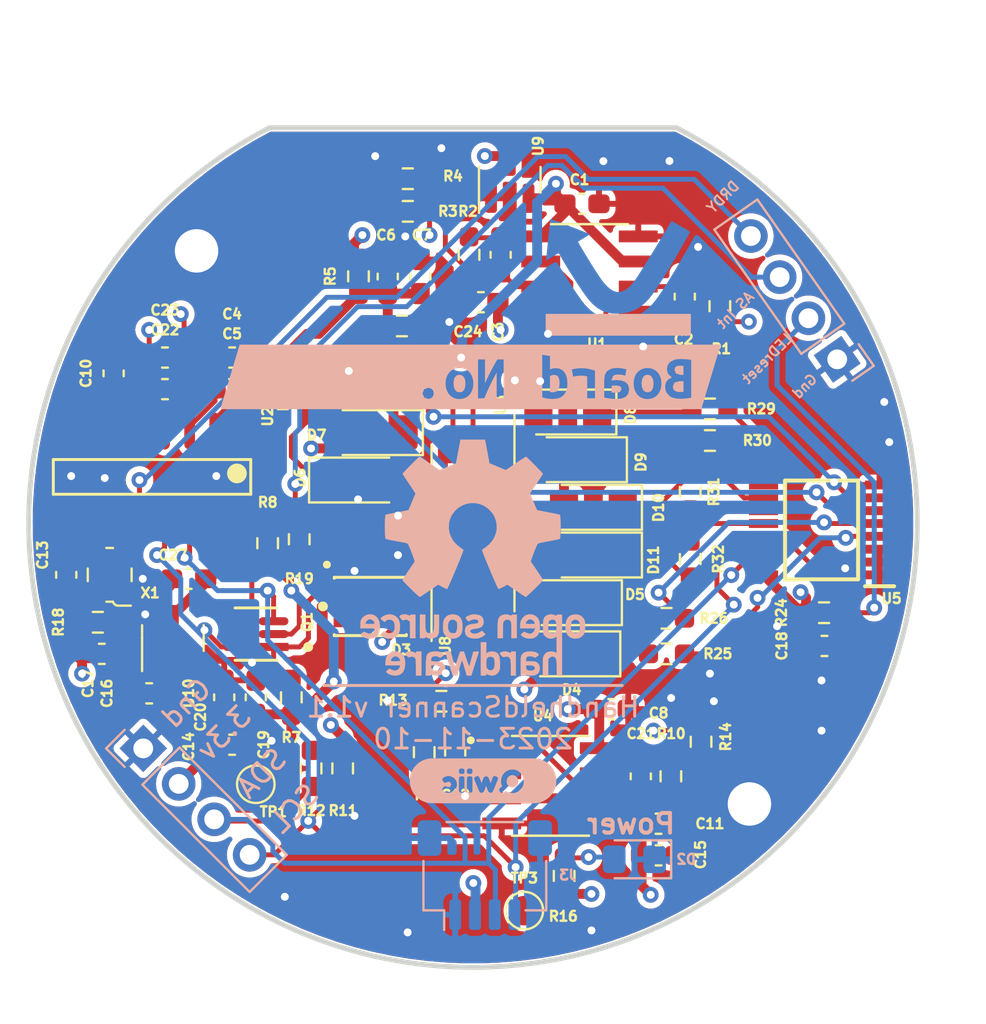
<source format=kicad_pcb>
(kicad_pcb (version 20241229) (generator "pcbnew") (generator_version "9.0")
  (title_block (title "Scanner Module") (date "2022-12-24") (rev "1.0") (company "PlasticScanner") (comment 1 "By Markus Glavind") (comment 4 "AISLER Project ID: UECHMLGI"))
  (layers (0 "F.Cu" signal) (4 "In1.Cu" signal) (6 "In2.Cu" signal) (2 "B.Cu" signal) (13 "F.Paste" user) (15 "B.Paste" user) (5 "F.SilkS" user "F.Silkscreen") (7 "B.SilkS" user "B.Silkscreen") (1 "F.Mask" user) (3 "B.Mask" user) (25 "Edge.Cuts" user))
  (net 0 "")
  (net 1 "/InGaS Sensor/Anode")
  (net 2 "/InGaS Sensor/Cathode")
  (net 3 "Net-(C3-Pad2)")
  (net 4 "/ADC/AIN+")
  (net 5 "/ADC/AIN-")
  (net 6 "SDA")
  (net 7 "SCL")
  (net 8 "+1V8")
  (net 9 "/MCU + IO/AS7341_INT")
  (net 10 "/ADC/DRDY_INT")
  (net 11 "/ADC/AIN2+")
  (net 12 "/ADC/AIN2-")
  (net 13 "/MCU + IO/SCL_2v")
  (net 14 "/MCU + IO/SDA_2v")
  (net 15 "GND")
  (net 16 "Net-(X1-Tri-State)")
  (net 17 "Net-(D6-K)")
  (net 18 "Net-(D7-K)")
  (net 19 "Net-(D8-K)")
  (net 20 "Net-(D9-K)")
  (net 21 "Net-(D10-K)")
  (net 22 "Net-(D11-K)")
  (net 23 "Net-(C2-Pad2)")
  (net 24 "Net-(U2-VBG)")
  (net 25 "/InGaS Sensor/Anode_2")
  (net 26 "Net-(C12-Pad2)")
  (net 27 "/InGaS Sensor/Cathode_2")
  (net 28 "Net-(C21-Pad2)")
  (net 29 "Net-(D2-A)")
  (net 30 "Net-(D3-CATHODE)")
  (net 31 "Net-(D4-K)")
  (net 32 "Net-(D5-K)")
  (net 33 "Net-(U5-~{OUT0})")
  (net 34 "Net-(U5-~{OUT1})")
  (net 35 "Net-(U5-~{OUT2})")
  (net 36 "Net-(U5-~{OUT3})")
  (net 37 "Net-(U5-~{OUT4})")
  (net 38 "Net-(U5-~{OUT5})")
  (net 39 "Net-(U5-~{OUT6})")
  (net 40 "Net-(U5-~{OUT7})")
  (net 41 "Net-(U2-XIN)")
  (net 44 "/LED/LED_RESET")
  (net 45 "+3.3V")
  (net 46 "VDDA")
  (net 47 "Net-(U2-AVDD{slash}LDO)")
  (footprint "LED_SMD:LED_1206_3216Metric_Pad1.42x1.75mm_HandSolder" (layer "F.Cu") (at 94.081 101.727 180)
    (property "Reference" "D8")
    (property "Value" "1460nm")
  )
  (footprint "Capacitor_SMD:C_0603_1608Metric_Pad1.08x0.95mm_HandSolder" (layer "F.Cu") (at 86.614 94.869 -90)
    (property "Reference" "C7")
    (property "Value" "0.1uF")
  )
  (footprint "Resistor_SMD:R_0603_1608Metric_Pad0.98x0.95mm_HandSolder" (layer "F.Cu") (at 80.881 100.969 -90)
    (property "Reference" "R27")
    (property "Value" "43")
  )
  (footprint "Capacitor_SMD:C_0603_1608Metric_Pad1.08x0.95mm_HandSolder" (layer "F.Cu") (at 68.681 109.969 90)
    (property "Reference" "C13")
    (property "Value" "0.1uF")
  )
  (footprint "Resistor_SMD:R_0603_1608Metric_Pad0.98x0.95mm_HandSolder" (layer "F.Cu") (at 101.784 96.369 -90)
    (property "Reference" "R1")
    (property "Value" "240k")
  )
  (footprint "Capacitor_SMD:C_0603_1608Metric_Pad1.08x0.95mm_HandSolder" (layer "F.Cu") (at 90.681 93.769 -90)
    (property "Reference" "C3")
    (property "Value" "51pF")
  )
  (footprint "Capacitor_SMD:C_0603_1608Metric_Pad1.08x0.95mm_HandSolder" (layer "F.Cu") (at 77.081 100.569 180)
    (property "Reference" "C5")
    (property "Value" "100pF")
  )
  (footprint "BSS138DW-7-F-A:Diodes_Inc._-_BSS138DW-7-F-A" (layer "F.Cu") (at 78.281 112.969 180)
    (property "Reference" "Q1")
    (property "Value" "BSS138DW-7-F" (hide yes))
  )
  (footprint "Resistor_SMD:R_0603_1608Metric_Pad0.98x0.95mm_HandSolder" (layer "F.Cu") (at 93.896999 125.209997 90)
    (property "Reference" "R16")
    (property "Value" "1k")
  )
  (footprint "Resistor_SMD:R_0603_1608Metric_Pad0.98x0.95mm_HandSolder" (layer "F.Cu") (at 85.979 89.916 180)
    (property "Reference" "R4")
    (property "Value" "301")
  )
  (footprint "Resistor_SMD:R_0603_1608Metric_Pad0.98x0.95mm_HandSolder" (layer "F.Cu") (at 87.681 116.369 180)
    (property "Reference" "R13")
    (property "Value" "301")
  )
  (footprint "Capacitor_SMD:C_0603_1608Metric_Pad1.08x0.95mm_HandSolder" (layer "F.Cu") (at 76.681 116.169 -90)
    (property "Reference" "C20")
    (property "Value" "0.1uF")
  )
  (footprint "TestPoint:TestPoint_Pad_D1.5mm" (layer "F.Cu") (at 78.281 120.569)
    (property "Reference" "TP1")
    (property "Value" "Test_1.8V")
  )
  (footprint "Resistor_SMD:R_0603_1608Metric_Pad0.98x0.95mm_HandSolder" (layer "F.Cu") (at 80.081 116.169 90)
    (property "Reference" "R7")
    (property "Value" "10k")
  )
  (footprint "Capacitor_SMD:C_0603_1608Metric_Pad1.08x0.95mm_HandSolder" (layer "F.Cu") (at 89.681 96.169)
    (property "Reference" "C24")
    (property "Value" "1uF")
  )
  (footprint "Resistor_SMD:R_0603_1608Metric_Pad0.98x0.95mm_HandSolder" (layer "F.Cu") (at 101.281 101.569 180)
    (property "Reference" "R29")
    (property "Value" "43")
  )
  (footprint "Capacitor_SMD:C_0603_1608Metric_Pad1.08x0.95mm_HandSolder" (layer "F.Cu") (at 74.881 110.169)
    (property "Reference" "C27")
    (property "Value" "0.1uF")
  )
  (footprint "Capacitor_SMD:C_0603_1608Metric_Pad1.08x0.95mm_HandSolder" (layer "F.Cu") (at 100.006 95.885 -90)
    (property "Reference" "C2")
    (property "Value" "51pF")
  )
  (footprint "Capacitor_SMD:C_0603_1608Metric_Pad1.08x0.95mm_HandSolder" (layer "F.Cu") (at 77.081 118.569 180)
    (property "Reference" "C14")
    (property "Value" "10uF")
  )
  (footprint "LED_SMD:LED_1206_3216Metric_Pad1.42x1.75mm_HandSolder" (layer "F.Cu") (at 95.377 106.553 180)
    (property "Reference" "D10")
    (property "Value" "1650nm")
  )
  (footprint "LED_SMD:LED_1206_3216Metric_Pad1.42x1.75mm_HandSolder" (layer "F.Cu") (at 94.361 111.379 180)
    (property "Reference" "D5")
    (property "Value" "940nm")
  )
  (footprint "TestPoint:TestPoint_Pad_D1.5mm" (layer "F.Cu") (at 91.881 126.969)
    (property "Reference" "TP3")
    (property "Value" "Test_3.3V")
  )
  (footprint "Capacitor_SMD:C_0603_1608Metric_Pad1.08x0.95mm_HandSolder" (layer "F.Cu") (at 72.881 115.969)
    (property "Reference" "C16")
    (property "Value" "0.1uF")
  )
  (footprint "MTSM2601SMF1-100:MTSM2601SMF1-100" (layer "F.Cu") (at 89.281 104.969 -90)
    (property "Reference" "U3")
    (property "Value" "MTSM2601SMF1-100")
  )
  (footprint "LED_SMD:LED_1206_3216Metric_Pad1.42x1.75mm_HandSolder" (layer "F.Cu") (at 94.615 104.14 180)
    (property "Reference" "D9")
    (property "Value" "1550nm")
  )
  (footprint "Capacitor_SMD:C_0603_1608Metric_Pad1.08x0.95mm_HandSolder" (layer "F.Cu") (at 70.481 113.969)
    (property "Reference" "C17")
    (property "Value" "22uF")
  )
  (footprint "Everlight-EAHC2835WD6:Everlight-EAHC2835WD6-MFG" (layer "F.Cu") (at 84.081 111.569 180)
    (property "Reference" "D3")
    (property "Value" "EAHC2835WD6" (hide yes))
  )
  (footprint "Nuvoton-NAU7802SGI:Nuvoton-NAU7802SGI" (layer "F.Cu") (at 73.025 105.0105 -90)
    (property "Reference" "U2")
    (property "Value" "NAU7802SGI" (hide yes))
  )
  (footprint "Resistor_SMD:R_0603_1608Metric_Pad0.98x0.95mm_HandSolder" (layer "F.Cu") (at 89.081 93.769 90)
    (property "Reference" "R2")
    (property "Value" "240k")
  )
  (footprint "OPA2376AID:SOIC127P599X175-8N" (layer "F.Cu") (at 93.206663 120.65)
    (property "Reference" "U4")
    (property "Value" "OPA2376xxD")
  )
  (footprint "LED_SMD:LED_1206_3216Metric_Pad1.42x1.75mm_HandSolder" (layer "F.Cu") (at 94.281 113.969 180)
    (property "Reference" "D4")
    (property "Value" "855nm ")
  )
  (footprint "Resistor_SMD:R_0603_1608Metric_Pad0.98x0.95mm_HandSolder" (layer "F.Cu") (at 81.081 119.769 90)
    (property "Reference" "R12")
    (property "Value" "10k")
  )
  (footprint "round_module:round_notch" (layer "F.Cu") (at 89.281 107.569)
    (property "Reference" "J2" (hide yes))
    (property "Value" "Conn_01x09")
    (fp_line (start -10.307764 -20.232) (end 10.307764 -20.232) (stroke (width 0.25)) (layer "Edge.Cuts"))
    (fp_arc (start 10.307764 -20.232) (mid 0 22.268) (end -10.307764 -20.232) (stroke (width 0.25)) (layer "Edge.Cuts"))
  )
  (footprint "Package_TO_SOT_SMD:SOT-23" (layer "F.Cu") (at 74.081 113.169 90)
    (property "Reference" "U10")
    (property "Value" "AP2127N-1.8")
  )
  (footprint "Capacitor_SMD:C_0603_1608Metric_Pad1.08x0.95mm_HandSolder" (layer "F.Cu") (at 98.681 122.569 180)
    (property "Reference" "C11")
    (property "Value" "0.1uF")
  )
  (footprint "Capacitor_SMD:C_0603_1608Metric_Pad1.08x0.95mm_HandSolder" (layer "F.Cu") (at 84.963 94.869 -90)
    (property "Reference" "C6")
    (property "Value" "1uF")
  )
  (footprint "Package_TO_SOT_SMD:SOT-23" (layer "F.Cu") (at 91.1435 89.969 90)
    (property "Reference" "U9")
    (property "Value" "AP2127N-2.5")
  )
  (footprint "Resistor_SMD:R_0603_1608Metric_Pad0.98x0.95mm_HandSolder" (layer "F.Cu") (at 100.831 118.419 90)
    (property "Reference" "R14")
    (property "Value" "301")
  )
  (footprint "Resistor_SMD:R_0603_1608Metric_Pad0.98x0.95mm_HandSolder" (layer "F.Cu") (at 83.481 94.8565 90)
    (property "Reference" "R5")
    (property "Value" "NP")
  )
  (footprint "Resistor_SMD:R_0603_1608Metric_Pad0.98x0.95mm_HandSolder" (layer "F.Cu") (at 86.1685 100.769 180)
    (property "Reference" "R28")
    (property "Value" "43")
  )
  (footprint "Resistor_SMD:R_0603_1608Metric_Pad0.98x0.95mm_HandSolder" (layer "F.Cu") (at 78.881 108.369 90)
    (property "Reference" "R8")
    (property "Value" "10k")
  )
  (footprint "Capacitor_SMD:C_0603_1608Metric_Pad1.08x0.95mm_HandSolder" (layer "F.Cu") (at 71.081 99.769 -90)
    (property "Reference" "C10")
    (property "Value" "0.1uF")
  )
  (footprint "Oscillator:Oscillator_SMD_ECS_2520MV-xxx-xx-4Pin_2.5x2.0mm" (layer "F.Cu") (at 70.881 109.969 180)
    (property "Reference" "X1")
    (property "Value" "4.9152 MHz")
  )
  (footprint "Resistor_SMD:R_0603_1608Metric_Pad0.98x0.95mm_HandSolder" (layer "F.Cu") (at 99.081 112.169 180)
    (property "Reference" "R26")
    (property "Value" "43")
  )
  (footprint "Resistor_SMD:R_0603_1608Metric_Pad0.98x0.95mm_HandSolder" (layer "F.Cu") (at 70.281 112.369 180)
    (property "Reference" "R18")
    (property "Value" "1k")
  )
  (footprint "Capacitor_SMD:C_0603_1608Metric_Pad1.08x0.95mm_HandSolder" (layer "F.Cu") (at 98.681 124.169 180)
    (property "Reference" "C15")
    (property "Value" "10uF")
  )
  (footprint "Capacitor_SMD:C_0603_1608Metric_Pad1.08x0.95mm_HandSolder" (layer "F.Cu") (at 96.281 116.769 180)
    (property "Reference" "C8")
    (property "Value" "1uF")
  )
  (footprint "OPA2376AID:SOIC127P599X175-8N" (layer "F.Cu") (at 95.18 94.742 180)
    (property "Reference" "U1")
    (property "Value" "OPA2376xxD")
  )
  (footprint "Resistor_SMD:R_0603_1608Metric_Pad0.98x0.95mm_HandSolder" (layer "F.Cu") (at 82.681 119.769 -90)
    (property "Reference" "R11")
    (property "Value" "10k")
  )
  (footprint "Capacitor_SMD:C_0603_1608Metric_Pad1.08x0.95mm_HandSolder" (layer "F.Cu") (at 73.681 100.569)
    (property "Reference" "C22")
    (property "Value" "47nF")
  )
  (footprint "Resistor_SMD:R_0603_1608Metric_Pad0.98x0.95mm_HandSolder" (layer "F.Cu") (at 85.681 97.369)
    (property "Reference" "R6")
    (property "Value" "1")
  )
  (footprint "Resistor_SMD:R_0603_1608Metric_Pad0.98x0.95mm_HandSolder" (layer "F.Cu") (at 80.481 108.169 90)
    (property "Reference" "R19")
    (property "Value" "10k")
  )
  (footprint "LED_SMD:LED_1206_3216Metric_Pad1.42x1.75mm_HandSolder" (layer "F.Cu") (at 95.377 108.966 180)
    (property "Reference" "D11")
    (property "Value" "1720nm")
  )
  (footprint "Capacitor_SMD:C_0603_1608Metric_Pad1.08x0.95mm_HandSolder" (layer "F.Cu") (at 73.681 98.969 180)
    (property "Reference" "C23")
    (property "Value" "100pF")
  )
  (footprint "Resistor_SMD:R_0603_1608Metric_Pad0.98x0.95mm_HandSolder" (layer "F.Cu") (at 99.302663 120.169 -90)
    (property "Reference" "R10")
    (property "Value" "240k")
  )
  (footprint "Capacitor_SMD:C_0603_1608Metric_Pad1.08x0.95mm_HandSolder" (layer "F.Cu") (at 94.799 91.186 180)
    (property "Reference" "C1")
    (property "Value" "0.1uF")
  )
  (footprint "TLC59208FIPWR:SOP65P640X120-16N" (layer "F.Cu") (at 106.934 107.696 180)
    (property "Reference" "U5")
    (property "Value" "TLC59208FIPWR" (hide yes))
  )
  (footprint "Capacitor_SMD:C_0603_1608Metric_Pad1.08x0.95mm_HandSolder" (layer "F.Cu") (at 107.081 113.569)
    (property "Reference" "C18")
    (property "Value" "0.1uF")
  )
  (footprint "Resistor_SMD:R_0603_1608Metric_Pad0.98x0.95mm_HandSolder" (layer "F.Cu") (at 99.081 113.969 180)
    (property "Reference" "R25")
    (property "Value" "43")
  )
  (footprint "Capacitor_SMD:C_0603_1608Metric_Pad1.08x0.95mm_HandSolder" (layer "F.Cu") (at 77.081 98.969)
    (property "Reference" "C4")
    (property "Value" "47nF")
  )
  (footprint "LED_SMD:LED_1206_3216Metric_Pad1.42x1.75mm_HandSolder" (layer "F.Cu") (at 84.281 102.769 180)
    (property "Reference" "D7")
    (property "Value" "1300nm")
  )
  (footprint "Resistor_SMD:R_0603_1608Metric_Pad0.98x0.95mm_HandSolder" (layer "F.Cu") (at 100.281 109.169 -90)
    (property "Reference" "R32")
    (property "Value" "43")
  )
  (footprint "AS7341-DLGT:PSON80P310X200X110-8N" (layer "F.Cu") (at 83.081 107.909 90)
    (property "Reference" "U6")
    (property "Value" "AS7341-DLGT")
  )
  (footprint "Capacitor_SMD:C_0603_1608Metric_Pad1.08x0.95mm_HandSolder" (layer "F.Cu") (at 97.778663 120.169 90)
    (property "Reference" "C21")
    (property "Value" "51pF")
  )
  (footprint "Resistor_SMD:R_0603_1608Metric_Pad0.98x0.95mm_HandSolder" (layer "F.Cu") (at 85.979 91.567 180)
    (property "Reference" "R3")
    (property "Value" "301")
  )
  (footprint "Resistor_SMD:R_0603_1608Metric_Pad0.98x0.95mm_HandSolder" (layer "F.Cu") (at 107.061 111.887 180)
    (property "Reference" "R24")
    (property "Value" "1k")
  )
  (footprint "Capacitor_SMD:C_0603_1608Metric_Pad1.08x0.95mm_HandSolder" (layer "F.Cu") (at 88.381 118.969 90)
    (property "Reference" "C12")
    (property "Value" "51pF")
  )
  (footprint "Resistor_SMD:R_0603_1608Metric_Pad0.98x0.95mm_HandSolder" (layer "F.Cu") (at 101.281 103.169 180)
    (property "Reference" "R30")
    (property "Value" "43")
  )
  (footprint "Capacitor_SMD:C_0603_1608Metric_Pad1.08x0.95mm_HandSolder" (layer "F.Cu") (at 78.281 116.169 -90)
    (property "Reference" "C19")
    (property "Value" "10uF")
  )
  (footprint "Resistor_SMD:R_0603_1608Metric_Pad0.98x0.95mm_HandSolder" (layer "F.Cu") (at 100.281 105.769 90)
    (property "Reference" "R31")
    (property "Value" "43")
  )
  (footprint "LED_SMD:LED_1206_3216Metric_Pad1.42x1.75mm_HandSolder" (layer "F.Cu") (at 83.439 105.169)
    (property "Reference" "D6")
    (property "Value" "1050nm")
  )
  (footprint "Resistor_SMD:R_0603_1608Metric_Pad0.98x0.95mm_HandSolder" (layer "F.Cu") (at 86.811 118.949 90)
    (property "Reference" "R9")
    (property "Value" "240k")
  )
  (footprint "MTSM2601SMF1-100:MTSM1346SMF1-100" (layer "F.Cu") (at 89.281 110.219 90)
    (property "Reference" "U8")
    (property "Value" "MTSM1346SMF1-100")
  )
  (footprint "PlasticScannerLibrary:kibuzzard-6346913B" (layer "B.Cu") (at 89.154 99.949 180)
    (property "Reference" "kibuzzard-6346913B" (hide yes))
    (property "Value" "G***" (hide yes))
  )
  (footprint "PlasticScannerLibrary:kibuzzard-6398DD41" (layer "B.Cu") (at 89.789 120.396 180)
    (property "Reference" "kibuzzard-6398DD41" (hide yes))
    (property "Value" "G***" (hide yes))
  )
  (footprint "LED_SMD:LED_0805_2012Metric_Pad1.15x1.40mm_HandSolder" (layer "B.Cu") (at 97.456 124.369 180)
    (property "Reference" "D2")
    (property "Value" "POWER LED")
  )
  (footprint "Connector_JST:JST_SH_SM04B-SRSS-TB_1x04-1MP_P1.00mm_Horizontal" (layer "B.Cu") (at 89.881 125.169)
    (property "Reference" "J3")
    (property "Value" "SM04B-SRSS-TB")
  )
  (footprint "PlasticScannerLibrary:PlasticScannerLogo" (layer "B.Cu") (at 96.647 94.996 180)
    (property "Reference" "LOGO2" (hide yes))
    (property "Value" "PlasticScannerLogo" (hide yes))
  )
  (footprint "Symbol:OSHW-Logo_11.4x12mm_SilkScreen" (layer "B.Cu") (at 89.281 109.093 180)
    (property "Reference" "LOGO1" (hide yes))
    (property "Value" "OSHW-Logo_11.4x12mm_SilkScreen" (hide yes))
  )
  (gr_line (start 96.8375 115.57) (end 81.7245 115.57) (stroke (width 0.15)) (layer "B.SilkS"))
  (gr_text "HandheldScanner v1.1\n2023-11-10" (at 89.281 117.475 0) (layer "B.SilkS") (effects (font (size 1 1)) (justify mirror)))
  (gr_text "LEDreset\n" (at 102.997 100.203 45) (layer "B.SilkS") (effects (font (size 0.5 0.5) (thickness 0.1)) (justify right mirror)))
  (gr_text "SDA" (at 77.513 121.074 45) (layer "B.SilkS") (effects (font (size 1 1)) (justify right mirror)))
  (gr_text "Gnd" (at 105.537 100.965 45) (layer "B.SilkS") (effects (font (size 0.5 0.5) (thickness 0.1)) (justify right mirror)))
  (gr_text "SCL" (at 79.19 122.837 45) (layer "B.SilkS") (effects (font (size 1 1)) (justify right mirror)))
  (gr_text "AS Int" (at 101.727 97.409 45) (layer "B.SilkS") (effects (font (size 0.5 0.5) (thickness 0.1)) (justify right mirror)))
  (gr_text "Power" (at 97.281 122.569 0) (layer "B.SilkS") (effects (font (size 1 1) (thickness 0.2)) (justify mirror)))
  (gr_text "Gnd" (at 73.703 117.518 45) (layer "B.SilkS") (effects (font (size 1 1)) (justify right mirror)))
  (gr_text "DRDY" (at 101.219 91.567 45) (layer "B.SilkS") (effects (font (size 0.5 0.5) (thickness 0.1)) (justify right mirror)))
  (gr_text "3.3v" (at 75.481 119.169 45) (layer "B.SilkS") (effects (font (size 1 1)) (justify right mirror)))
  (segment (start 97.65 95.377) (end 99.6515 95.377) (width 0.25) (layer "F.Cu") (net 1))
  (segment (start 94.45948 99.393002) (end 96.012 97.840482) (width 0.25) (layer "F.Cu") (net 1))
  (segment (start 100.006 95.0225) (end 101.35 95.0225) (width 0.25) (layer "F.Cu") (net 1))
  (segment (start 96.012 97.840482) (end 96.012 96.565663) (width 0.25) (layer "F.Cu") (net 1))
  (segment (start 90.52248 99.393002) (end 94.45948 99.393002) (width 0.25) (layer "F.Cu") (net 1))
  (segment (start 99.6515 95.377) (end 100.006 95.0225) (width 0.25) (layer "F.Cu") (net 1))
  (segment (start 101.35 95.0225) (end 101.784 95.4565) (width 0.25) (layer "F.Cu") (net 1))
  (segment (start 89.281 103.519) (end 89.281 100.634482) (width 0.25) (layer "F.Cu") (net 1))
  (segment (start 96.012 96.565663) (end 97.200663 95.377) (width 0.25) (layer "F.Cu") (net 1))
  (segment (start 89.281 100.634482) (end 90.52248 99.393002) (width 0.25) (layer "F.Cu") (net 1))
  (segment (start 92.71 94.107) (end 91.8815 94.107) (width 0.25) (layer "F.Cu") (net 2))
  (segment (start 91.8815 94.107) (end 90.681 92.9065) (width 0.25) (layer "F.Cu") (net 2))
  (segment (start 94.234 95.181663) (end 93.159337 94.107) (width 0.25) (layer "F.Cu") (net 2))
  (segment (start 93.588499 98.943501) (end 94.234 98.298) (width 0.25) (layer "F.Cu") (net 2))
  (segment (start 87.881 106.419) (end 88.481 106.419) (width 0.25) (layer "F.Cu") (net 2))
  (segment (start 90.034593 98.943501) (end 93.588499 98.943501) (width 0.25) (layer "F.Cu") (net 2))
  (segment (start 89.081 92.8565) (end 89.131 92.9065) (width 0.25) (layer "F.Cu") (net 2))
  (segment (start 88.265 103.135) (end 88.265 100.713094) (width 0.25) (layer "F.Cu") (net 2))
  (segment (start 87.881 103.519) (end 88.265 103.135) (width 0.25) (layer "F.Cu") (net 2))
  (segment (start 90.281 106.369) (end 90.681 106.769) (width 0.25) (layer "F.Cu") (net 2))
  (segment (start 88.531 106.369) (end 90.281 106.369) (width 0.25) (layer "F.Cu") (net 2))
  (segment (start 87.881 103.519) (end 87.881 106.419) (width 0.25) (layer "F.Cu") (net 2))
  (segment (start 88.481 106.419) (end 88.531 106.369) (width 0.25) (layer "F.Cu") (net 2))
  (segment (start 90.681 106.419) (end 90.681 103.794) (width 0.25) (layer "F.Cu") (net 2))
  (segment (start 94.234 98.298) (end 94.234 95.181663) (width 0.25) (layer "F.Cu") (net 2))
  (segment (start 88.265 100.713094) (end 90.034593 98.943501) (width 0.25) (layer "F.Cu") (net 2))
  (segment (start 89.131 92.9065) (end 90.681 92.9065) (width 0.25) (layer "F.Cu") (net 2))
  (segment (start 87.881 90.369) (end 87.428 89.916) (width 0.25) (layer "F.Cu") (net 3))
  (segment (start 91.4265 95.377) (end 90.681 94.6315) (width 0.25) (layer "F.Cu") (net 3))
  (segment (start 89.131 94.6315) (end 90.681 94.6315) (width 0.25) (layer "F.Cu") (net 3))
  (segment (start 89.081 94.569) (end 87.881 93.369) (width 0.25) (layer "F.Cu") (net 3))
  (segment (start 87.428 89.916) (end 86.8915 89.916) (width 0.25) (layer "F.Cu") (net 3))
  (segment (start 89.081 94.6815) (end 89.081 94.569) (width 0.25) (layer "F.Cu") (net 3))
  (segment (start 87.881 93.369) (end 87.881 90.369) (width 0.25) (layer "F.Cu") (net 3))
  (segment (start 92.71 95.377) (end 91.4265 95.377) (width 0.25) (layer "F.Cu") (net 3))
  (segment (start 89.081 94.6815) (end 89.131 94.6315) (width 0.25) (layer "F.Cu") (net 3))
  (segment (start 76.2185 100.569) (end 76.2185 97.2315) (width 0.25) (layer "F.Cu") (net 4))
  (segment (start 76.2185 101.167417) (end 76.2185 100.569) (width 0.25) (layer "F.Cu") (net 4))
  (segment (start 74.93 102.455917) (end 76.2185 101.167417) (width 0.25) (layer "F.Cu") (net 4))
  (segment (start 76.2185 97.2315) (end 83.5075 89.9425) (width 0.25) (layer "F.Cu") (net 4))
  (segment (start 83.5075 89.9425) (end 85.04 89.9425) (width 0.25) (layer "F.Cu") (net 4))
  (segment (start 77.9435 97.036) (end 83.312 91.6675) (width 0.25) (layer "F.Cu") (net 5))
  (segment (start 85.0665 91.567) (end 83.4125 91.567) (width 0.25) (layer "F.Cu") (net 5))
  (segment (start 77.9435 100.365204) (end 77.9435 97.036) (width 0.25) (layer "F.Cu") (net 5))
  (segment (start 76.2 102.108704) (end 77.9435 100.365204) (width 0.25) (layer "F.Cu") (net 5))
  (segment (start 79.181919 112.319) (end 79.181919 111.069919) (width 0.25) (layer "F.Cu") (net 6))
  (segment (start 81.081 120.6815) (end 79.328525 122.433975) (width 0.25) (layer "F.Cu") (net 6))
  (segment (start 103.023 109.321) (end 102.362 109.982) (width 0.25) (layer "F.Cu") (net 6))
  (segment (start 74.93 107.326567) (end 74.93 108.854635) (width 0.25) (layer "F.Cu") (net 6))
  (segment (start 79.181919 111.069919) (end 78.881 110.769) (width 0.25) (layer "F.Cu") (net 6))
  (segment (start 79.328525 122.433975) (end 76.202075 122.433975) (width 0.25) (layer "F.Cu") (net 6))
  (segment (start 74.93 108.854635) (end 74.681 109.103635) (width 0.25) (layer "F.Cu") (net 6))
  (segment (start 103.996 109.321) (end 103.023 109.321) (width 0.25) (layer "F.Cu") (net 6))
  (via (at 74.681 109.103635) (size 0.8) (drill 0.4) (layers "F.Cu" "B.Cu") (net 6))
  (via (at 102.362 109.982) (size 0.8) (drill 0.4) (layers "F.Cu" "B.Cu") (net 6))
  (via (at 78.881 110.769) (size 0.8) (drill 0.4) (layers "F.Cu" "B.Cu") (net 6))
  (segment (start 90.081 124.569) (end 88.881 124.569) (width 0.25) (layer "B.Cu") (net 6))
  (segment (start 90.416 124.904) (end 90.081 124.569) (width 0.25) (layer "B.Cu") (net 6))
  (segment (start 88.881 124.569) (end 88.881 123.280827) (width 0.25) (layer "B.Cu") (net 6))
  (segment (start 90.081 122.263) (end 90.081 124.569) (width 0.25) (layer "B.Cu") (net 6))
  (segment (start 90.416 126.968) (end 90.416 124.904) (width 0.25) (layer "B.Cu") (net 6))
  (segment (start 102.362 109.982) (end 90.081 122.263) (width 0.25) (layer "B.Cu") (net 6))
  (segment (start 79.144356 123.656239) (end 77.835005 122.346888) (width 0.25) (layer "B.Cu") (net 6))
  (segment (start 88.881 123.280827) (end 78.881 113.280827) (width 0.25) (layer "B.Cu") (net 6))
  (segment (start 76.346365 110.769) (end 78.881 110.769) (width 0.25) (layer "B.Cu") (net 6))
  (segment (start 88.881 124.569) (end 79.745347 124.569) (width 0.25) (layer "B.Cu") (net 6))
  (segment (start 74.681 109.103635) (end 76.346365 110.769) (width 0.25) (layer "B.Cu") (net 6))
  (segment (start 79.144356 123.968009) (end 79.144356 123.656239) (width 0.25) (layer "B.Cu") (net 6))
  (segment (start 79.745347 124.569) (end 79.144356 123.968009) (width 0.25) (layer "B.Cu") (net 6))
  (segment (start 77.835005 122.346888) (end 76.289162 122.346888) (width 0.25) (layer "B.Cu") (net 6))
  (segment (start 78.881 113.280827) (end 78.881 110.769) (width 0.25) (layer "B.Cu") (net 6))
  (segment (start 102.5214 108.671) (end 101.637499 109.554901) (width 0.25) (layer "F.Cu") (net 7))
  (segment (start 77.380081 113.619) (end 76.531 113.619) (width 0.25) (layer "F.Cu") (net 7))
  (segment (start 73.66 107.326567) (end 73.66 108.59) (width 0.25) (layer "F.Cu") (net 7))
  (segment (start 73.66 108.59) (end 73.281 108.969) (width 0.25) (layer "F.Cu") (net 7))
  (segment (start 77.969356 124.14294) (end 79.21956 124.14294) (width 0.25) (layer "F.Cu") (net 7))
  (segment (start 80.93725 122.42525) (end 82.681 120.6815) (width 0.25) (layer "F.Cu") (net 7))
  (segment (start 101.637499 109.554901) (end 101.637499 110.627133) (width 0.25) (layer "F.Cu") (net 7))
  (segment (start 89.851 123.18) (end 81.692 123.18) (width 0.25) (layer "F.Cu") (net 7))
  (segment (start 79.21956 124.14294) (end 80.93725 122.42525) (width 0.25) (layer "F.Cu") (net 7))
  (segment (start 91.44 124.769) (end 89.851 123.18) (width 0.25) (layer "F.Cu") (net 7))
  (segment (start 81.692 123.18) (end 80.93725 122.42525) (width 0.25) (layer "F.Cu") (net 7))
  (segment (start 101.637499 110.627133) (end 102.487287 111.476921) (width 0.25) (layer "F.Cu") (net 7))
  (segment (start 76.531 113.619) (end 75.681 112.769) (width 0.25) (layer "F.Cu") (net 7))
  (segment (start 103.996 108.671) (end 102.5214 108.671) (width 0.25) (layer "F.Cu") (net 7))
  (via (at 75.681 112.769) (size 0.8) (drill 0.4) (layers "F.Cu" "B.Cu") (net 7))
  (via (at 102.487287 111.476921) (size 0.8) (drill 0.4) (layers "F.Cu" "B.Cu") (net 7))
  (via (at 80.93725 122.42525) (size 0.8) (drill 0.4) (layers "F.Cu" "B.Cu") (net 7))
  (via (at 73.281 108.969) (size 0.8) (drill 0.4) (layers "F.Cu" "B.Cu") (net 7))
  (via (at 91.44 124.769) (size 0.8) (drill 0.4) (layers "F.Cu" "B.Cu") (net 7))
  (segment (start 76.381 113.869) (end 74.481 111.969) (width 0.25) (layer "B.Cu") (net 7))
  (segment (start 102.487287 111.508417) (end 91.44 122.555704) (width 0.25) (layer "B.Cu") (net 7))
  (segment (start 74.481 111.969) (end 74.481 110.169) (width 0.25) (layer "B.Cu") (net 7))
  (segment (start 91.44 126.944) (end 91.44 124.769) (width 0.25) (layer "B.Cu") (net 7))
  (segment (start 75.681 113.169) (end 75.681 112.769) (width 0.25) (layer "B.Cu") (net 7))
  (segment (start 74.481 110.169) (end 73.281 108.969) (width 0.25) (layer "B.Cu") (net 7))
  (segment (start 80.93725 118.42525) (end 76.381 113.869) (width 0.25) (layer "B.Cu") (net 7))
  (segment (start 91.44 122.555704) (end 91.44 124.769) (width 0.25) (layer "B.Cu") (net 7))
  (segment (start 76.381 113.869) (end 75.681 113.169) (width 0.25) (layer "B.Cu") (net 7))
  (segment (start 80.93725 122.42525) (end 80.93725 118.42525) (width 0.25) (layer "B.Cu") (net 7))
  (segment (start 81.544195 108.495501) (end 80.081 109.958696) (width 0.25) (layer "F.Cu") (net 8))
  (segment (start 80.031 117.0315) (end 80.081 117.0815) (width 0.5) (layer "F.Cu") (net 8))
  (segment (start 80.081 110.4815) (end 80.081 110.769) (width 0.25) (layer "F.Cu") (net 8))
  (segment (start 80.5185 117.0815) (end 82.231 115.369) (width 0.5) (layer "F.Cu") (net 8))
  (segment (start 80.081 117.0815) (end 80.5185 117.0815) (width 0.5) (layer "F.Cu") (net 8))
  (segment (start 75.031 114.1065) (end 75.031 115.3815) (width 0.5) (layer "F.Cu") (net 8))
  (segment (start 80.481 112.569) (end 80.481 111.169) (width 0.25) (layer "F.Cu") (net 8))
  (segment (start 79.181919 112.969) (end 80.081 112.969) (width 0.25) (layer "F.Cu") (net 8))
  (segment (start 75.031 115.3815) (end 76.681 117.0315) (width 0.5) (layer "F.Cu") (net 8))
  (segment (start 80.081 112.969) (end 80.481 112.569) (width 0.25) (layer "F.Cu") (net 8))
  (segment (start 80.081 109.958696) (end 80.081 110.769) (width 0.25) (layer "F.Cu") (net 8))
  (segment (start 81.698499 108.495501) (end 81.544195 108.495501) (width 0.25) (layer "F.Cu") (net 8))
  (segment (start 77.380081 112.969) (end 79.181919 112.969) (width 0.25) (layer "F.Cu") (net 8))
  (segment (start 80.481 109.0815) (end 80.081 109.4815) (width 0.25) (layer "F.Cu") (net 8))
  (segment (start 80.081 117.0815) (end 80.081 118.769) (width 0.5) (layer "F.Cu") (net 8))
  (segment (start 78.881 109.2815) (end 80.081 110.4815) (width 0.25) (layer "F.Cu") (net 8))
  (segment (start 80.081 109.4815) (end 80.081 110.769) (width 0.25) (layer "F.Cu") (net 8))
  (segment (start 76.681 117.0315) (end 78.281 117.0315) (width 0.5) (layer "F.Cu") (net 8))
  (segment (start 80.081 118.769) (end 78.281 120.569) (width 0.5) (layer "F.Cu") (net 8))
  (segment (start 78.281 117.0315) (end 80.031 117.0315) (width 0.5) (layer "F.Cu") (net 8))
  (segment (start 80.481 111.169) (end 80.081 110.769) (width 0.25) (layer "F.Cu") (net 8))
  (via (at 80.081 110.769) (size 0.8) (drill 0.4) (layers "F.Cu" "B.Cu") (net 8))
  (via (at 82.231 115.369) (size 0.8) (drill 0.4) (layers "F.Cu" "B.Cu") (net 8))
  (segment (start 82.231 115.369) (end 82.231 112.919) (width 0.5) (layer "B.Cu") (net 8))
  (segment (start 82.231 112.919) (end 80.081 110.769) (width 0.5) (layer "B.Cu") (net 8))
  (segment (start 80.481 106.999) (end 80.481 107.2565) (width 0.25) (layer "F.Cu") (net 9))
  (segment (start 80.281 107.0565) (end 80.281 105.369) (width 0.25) (layer "F.Cu") (net 9))
  (segment (start 80.481 107.2565) (end 80.281 107.0565) (width 0.25) (layer "F.Cu") (net 9))
  (segment (start 82.231 106.509) (end 80.971 106.509) (width 0.25) (layer "F.Cu") (net 9))
  (segment (start 82.681 106.959) (end 82.231 106.509) (width 0.25) (layer "F.Cu") (net 9))
  (segment (start 80.971 106.509) (end 80.481 106.999) (width 0.25) (layer "F.Cu") (net 9))
  (segment (start 82.681 107.269) (end 82.681 106.959) (width 0.25) (layer "F.Cu") (net 9))
  (via (at 80.281 105.369) (size 0.8) (drill 0.4) (layers "F.Cu" "B.Cu") (net 9))
  (segment (start 85.928518 96.393) (end 83.439 96.393) (width 0.25) (layer "B.Cu") (net 9))
  (segment (start 93.781098 89.2445) (end 93.077018 89.2445) (width 0.25) (layer "B.Cu") (net 9))
  (segment (start 93.077018 89.2445) (end 85.928518 96.393) (width 0.25) (layer "B.Cu") (net 9))
  (segment (start 104.812559 94.898677) (end 103.407677 94.898677) (width 0.25) (layer "B.Cu") (net 9))
  (segment (start 80.506188 102.569786) (end 80.281 102.794974) (width 0.25) (layer "B.Cu") (net 9))
  (segment (start 80.506188 99.325812) (end 80.506188 102.569786) (width 0.25) (layer "B.Cu") (net 9))
  (segment (start 98.903499 90.394499) (end 94.931097 90.394499) (width 0.25) (layer "B.Cu") (net 9))
  (segment (start 80.281 102.794974) (end 80.281 105.369) (width 0.25) (layer "B.Cu") (net 9))
  (segment (start 94.931097 90.394499) (end 93.781098 89.2445) (width 0.25) (layer "B.Cu") (net 9))
  (segment (start 103.407677 94.898677) (end 98.903499 90.394499) (width 0.25) (layer "B.Cu") (net 9))
  (segment (start 83.439 96.393) (end 80.506188 99.325812) (width 0.25) (layer "B.Cu") (net 9))
  (segment (start 72.39 107.326567) (end 72.39 105.169) (width 0.25) (layer "F.Cu") (net 10))
  (via (at 72.39 105.169) (size 0.8) (drill 0.4) (layers "F.Cu" "B.Cu") (net 10))
  (segment (start 103.355674 92.81803) (end 100.482488 89.944844) (width 0.25) (layer "B.Cu") (net 10))
  (segment (start 95.117132 89.944844) (end 93.967287 88.794999) (width 0.25) (layer "B.Cu") (net 10))
  (segment (start 81.881 95.919) (end 72.631 105.169) (width 0.25) (layer "B.Cu") (net 10))
  (segment (start 72.631 105.169) (end 72.39 105.169) (width 0.25) (layer "B.Cu") (net 10))
  (segment (start 93.967287 88.794999) (end 92.555001 88.794999) (width 0.25) (layer "B.Cu") (net 10))
  (segment (start 92.555001 88.794999) (end 85.431 95.919) (width 0.25) (layer "B.Cu") (net 10))
  (segment (start 85.431 95.919) (end 81.881 95.919) (width 0.25) (layer "B.Cu") (net 10))
  (segment (start 100.482488 89.944844) (end 95.117132 89.944844) (width 0.25) (layer "B.Cu") (net 10))
  (segment (start 72.8185 98.969) (end 72.881 98.9065) (width 0.25) (layer "F.Cu") (net 11))
  (segment (start 72.8185 100.569) (end 72.8185 98.969) (width 0.25) (layer "F.Cu") (net 11))
  (segment (start 100.468 117.856) (end 98.425 117.856) (width 0.25) (layer "F.Cu") (net 11))
  (segment (start 72.39 100.9975) (end 72.8185 100.569) (width 0.25) (layer "F.Cu") (net 11))
  (segment (start 72.881 98.9065) (end 72.881 97.569) (width 0.25) (layer "F.Cu") (net 11))
  (segment (start 100.831 117.5065) (end 100.8175 117.5065) (width 0.25) (layer "F.Cu") (net 11))
  (segment (start 72.39 102.694433) (end 72.39 100.9975) (width 0.25) (layer "F.Cu") (net 11))
  (segment (start 100.8175 117.5065) (end 100.468 117.856) (width 0.25) (layer "F.Cu") (net 11))
  (via (at 72.881 97.569) (size 0.8) (drill 0.4) (layers "F.Cu" "B.Cu") (net 11))
  (via (at 98.425 117.856) (size 0.8) (drill 0.4) (layers "F.Cu" "B.Cu") (net 11))
  (segment (start 86.7685 116.0815) (end 87.899533 114.950467) (width 0.25) (layer "F.Cu") (net 12))
  (segment (start 73.66 101.8275) (end 74.6495 100.838) (width 0.25) (layer "F.Cu") (net 12))
  (segment (start 73.66 102.694433) (end 73.66 101.8275) (width 0.25) (layer "F.Cu") (net 12))
  (segment (start 74.6495 100.838) (end 74.6495 96.9375) (width 0.25) (layer "F.Cu") (net 12))
  (segment (start 74.6495 96.9375) (end 74.481 96.769) (width 0.25) (layer "F.Cu") (net 12))
  (via (at 87.899533 114.950467) (size 0.8) (drill 0.4) (layers "F.Cu" "B.Cu") (net 12))
  (via (at 74.481 96.769) (size 0.8) (drill 0.4) (layers "F.Cu" "B.Cu") (net 12))
  (segment (start 80.946499 111.303501) (end 80.946499 113.173001) (width 0.25) (layer "F.Cu") (net 13))
  (segment (start 82.444022 109.805978) (end 80.946499 111.303501) (width 0.25) (layer "F.Cu") (net 13))
  (segment (start 82.444022 109.300978) (end 82.444022 109.805978) (width 0.25) (layer "F.Cu") (net 13))
  (segment (start 80.5005 113.619) (end 80.946499 113.173001) (width 0.25) (layer "F.Cu") (net 13))
  (segment (start 79.181919 113.619) (end 80.5005 113.619) (width 0.25) (layer "F.Cu") (net 13))
  (segment (start 82.681 108.549) (end 82.681 109.064) (width 0.25) (layer "F.Cu") (net 13))
  (segment (start 79.181919 114.357419) (end 80.081 115.2565) (width 0.25) (layer "F.Cu") (net 13))
  (segment (start 82.681 109.064) (end 82.444022 109.300978) (width 0.25) (layer "F.Cu") (net 13))
  (segment (start 79.181919 113.619) (end 79.181919 114.357419) (width 0.25) (layer "F.Cu") (net 13))
  (segment (start 81.881 107.269) (end 81.081 108.069) (width 0.25) (layer "F.Cu") (net 14))
  (segment (start 81.081 108.069) (end 79.4935 108.069) (width 0.25) (layer "F.Cu") (net 14))
  (segment (start 78.881 107.4565) (end 78.081 108.2565) (width 0.25) (layer "F.Cu") (net 14))
  (segment (start 79.4935 108.069) (end 78.881 107.4565) (width 0.25) (layer "F.Cu") (net 14))
  (segment (start 78.081 111.618081) (end 77.380081 112.319) (width 0.25) (layer "F.Cu") (net 14))
  (segment (start 78.081 108.2565) (end 78.081 111.618081) (width 0.25) (layer "F.Cu") (net 14))
  (segment (start 74.0185 110.169) (end 74.0185 110.6315) (width 0.25) (layer "F.Cu") (net 15))
  (segment (start 74.0185 110.6315) (end 72.681 111.969) (width 0.25) (layer "F.Cu") (net 15))
  (segment (start 83.331 108.619) (end 83.331 108.809) (width 0.25) (layer "F.Cu") (net 15))
  (segment (start 84.281 106.969) (end 83.461 106.149) (width 0.25) (layer "F.Cu") (net 15))
  (segment (start 86.614 94.0065) (end 84.963 94.0065) (width 0.25) (layer "F.Cu") (net 15))
  (segment (start 68.58 102.694433) (end 69.85 102.694433) (width 0.25) (layer "F.Cu") (net 15))
  (segment (start 109.872 109.321) (end 108.449 109.321) (width 0.25) (layer "F.Cu") (net 15))
  (segment (start 84.927474 116.367526) (end 84.963 116.332) (width 0.25) (layer "F.Cu") (net 15))
  (segment (start 83.481 108.549) (end 83.481 109.569) (width 0.25) (layer "F.Cu") (net 15))
  (segment (start 88.8185 96.4315) (end 88.081 97.169) (width 0.5) (layer "F.Cu") (net 15))
  (segment (start 78.281 115.3065) (end 78.281 114.600542) (width 0.25) (layer "F.Cu") (net 15))
  (segment (start 109.872 108.671) (end 109.872 109.321) (width 0.25) (layer "F.Cu") (net 15))
  (segment (start 84.281 107.269) (end 84.281 106.969) (width 0.25) (layer "F.Cu") (net 15))
  (segment (start 83.481 109.569) (end 83.281 109.769) (width 0.25) (layer "F.Cu") (net 15))
  (segment (start 109.872 109.321) (end 109.872 109.971) (width 0.25) (layer "F.Cu") (net 15))
  (segment (start 108.449 109.321) (end 108.131 109.639) (width 0.25) (layer "F.Cu") (net 15))
  (segment (start 72.5565 109.9945) (end 72.5565 110.169) (width 0.25) (layer "F.Cu") (net 15))
  (segment (start 68.58 107.326567) (end 68.58 109.0055) (width 0.5) (layer "F.Cu") (net 15))
  (segment (start 71.606 109.044) (end 72.5565 109.9945) (width 0.25) (layer "F.Cu") (net 15))
  (segment (start 86.614 93.599) (end 85.852 92.837) (width 0.25) (layer "F.Cu") (net 15))
  (segment (start 68.58 109.0055) (end 68.681 109.1065) (width 0.5) (layer "F.Cu") (net 15))
  (segment (start 88.8185 96.169) (end 88.8185 96.4315) (width 0.5) (layer "F.Cu") (net 15))
  (segment (start 78.281 114.600542) (end 78.089007 114.408549) (width 0.25) (layer "F.Cu") (net 15))
  (via (at 88.881 121.169) (size 0.8) (drill 0.4) (layers "F.Cu" "B.Cu") (net 15))
  (via (at 99.231 89.019) (size 0.8) (drill 0.4) (layers "F.Cu" "B.Cu") (net 15))
  (via (at 101.281 114.969) (size 0.8) (drill 0.4) (layers "F.Cu" "B.Cu") (net 15))
  (via (at 84.963 116.332) (size 0.8) (drill 0.4) (layers "F.Cu" "B.Cu") (net 15))
  (via (at 87.681 88.369) (size 0.8) (drill 0.4) (layers "F.Cu" "B.Cu") (net 15))
  (via (at 110.109 101.219) (size 0.8) (drill 0.4) (layers "F.Cu" "B.Cu") (net 15))
  (via (at 85.852 92.837) (size 0.8) (drill 0.4) (layers "F.Cu" "B.Cu") (net 15))
  (via (at 108.131 109.639) (size 0.8) (drill 0.4) (layers "F.Cu" "B.Cu") (net 15))
  (via (at 76.281 104.969) (size 0.8) (drill 0.4) (layers "F.Cu" "B.Cu") (net 15))
  (via (at 101.481 116.369) (size 0.8) (drill 0.4) (layers "F.Cu" "B.Cu") (net 15))
  (via (at 99.316188 116.202812) (size 0.8) (drill 0.4) (layers "F.Cu" "B.Cu") (net 15))
  (via (at 95.885 89.027) (size 0.8) (drill 0.4) (layers "F.Cu" "B.Cu") (net 15))
  (via (at 83.281 109.769) (size 0.8) (drill 0.4) (layers "F.Cu" "B.Cu") (net 15))
  (via (at 85.481 106.969) (size 0.8) (drill 0.4) (layers "F.Cu" "B.Cu") (net 15))
  (via (at 83.281 122.169) (size 0.8) (drill 0.4) (layers "F.Cu" "B.Cu") (net 15))
  (via (at 78.089007 114.408549) (size 0.8) (drill 0.4) (layers "F.Cu" "B.Cu") (net 15))
  (via (at 88.081 97.169) (size 0.8) (drill 0.4) (layers "F.Cu" "B.Cu") (net 15))
  (via (at 106.934 115.316) (size 0.8) (drill 0.4) (layers "F.Cu" "B.Cu") (net 15))
  (via (at 106.934 117.856) (size 0.8) (drill 0.4) (layers "F.Cu" "B.Cu") (net 15))
  (via (at 110.363 103.251) (size 0.8) (drill 0.4) (layers "F.Cu" "B.Cu") (net 15))
  (via (at 68.931 104.969) (size 0.8) (drill 0.4) (layers "F.Cu" "B.Cu") (net 15))
  (via (at 92.681 100.169) (size 0.8) (drill 0.4) (layers "F.Cu" "B.Cu") (net 15))
  (via (at 97.901 98.409) (size 0.8) (drill 0.4) (layers "F.Cu" "B.Cu") (net 15))
  (via (at 84.328 88.773) (size 0.8) (drill 0.4) (layers "F.Cu" "B.Cu") (net 15))
  (via (at 85.481 108.969) (size 0.8) (drill 0.4) (layers "F.Cu" "B.Cu") (net 15))
  (via (at 100.681 93.369) (size 0.8) (drill 0.4) (layers "F.Cu" "B.Cu") (net 15))
  (via (at 70.631 105.069) (size 0.8) (drill 0.4) (layers "F.Cu" "B.Cu") (net 15))
  (via (at 93.081 97.769) (size 0.8) (drill 0.4) (layers "F.Cu" "B.Cu") (net 15))
  (via (at 83.461 106.149) (size 0.8) (drill 0.4) (layers "F.Cu" "B.Cu") (net 15))
  (via (at 72.681 111.969) (size 0.8) (drill 0.4) (layers "F.Cu" "B.Cu") (net 15))
  (via (at 72.5565 110.169) (size 0.8) (drill 0.4) (layers "F.Cu" "B.Cu") (net 15))
  (via (at 95.281 127.969) (size 0.8) (drill 0.4) (layers "F.Cu" "B.Cu") (net 15))
  (via (at 79.081 118.369) (size 0.8) (drill 0.4) (layers "F.Cu" "B.Cu") (net 15))
  (via (at 79.751 126.269) (size 0.8) (drill 0.4) (layers "F.Cu" "B.Cu") (net 15))
  (via (at 85.971 128.069) (size 0.8) (drill 0.4) (layers "F.Cu" "B.Cu") (net 15))
  (via (at 104.681 112.569) (size 0.8) (drill 0.4) (layers "F.Cu" "B.Cu") (net 15))
  (segment (start 98.561 124.46) (end 99.695 124.46) (width 0.25) (layer "B.Cu") (net 15))
  (segment (start 99.695 124.46) (end 100.203 123.952) (width 0.25) (layer "B.Cu") (net 15))
  (segment (start 71.606 111.9565) (end 71.1935 112.369) (width 0.25) (layer "F.Cu") (net 16))
  (segment (start 71.606 110.894) (end 71.606 111.9565) (width 0.25) (layer "F.Cu") (net 16))
  (segment (start 80.081786 103.969786) (end 80.081786 102.994188) (width 0.25) (layer "F.Cu") (net 17))
  (segment (start 80.881 102.194974) (end 80.881 101.8815) (width 0.25) (layer "F.Cu") (net 17))
  (segment (start 81.281 105.169) (end 80.081786 103.969786) (width 0.25) (layer "F.Cu") (net 17))
  (segment (start 81.9515 105.169) (end 81.281 105.169) (width 0.25) (layer "F.Cu") (net 17))
  (segment (start 80.081786 102.994188) (end 80.881 102.194974) (width 0.25) (layer "F.Cu") (net 17))
  (segment (start 85.256 102.2565) (end 85.256 100.769) (width 0.5) (layer "F.Cu") (net 18))
  (segment (start 85.7685 102.769) (end 85.256 102.2565) (width 0.5) (layer "F.Cu") (net 18))
  (segment (start 100.2105 101.727) (end 95.5685 101.727) (width 0.25) (layer "F.Cu") (net 19))
  (segment (start 99.2045 103.169) (end 98.1065 104.267) (width 0.25) (layer "F.Cu") (net 20))
  (segment (start 98.1065 104.267) (end 96.1025 104.267) (width 0.25) (layer "F.Cu") (net 20))
  (segment (start 100.3685 103.169) (end 99.2045 103.169) (width 0.25) (layer "F.Cu") (net 20))
  (segment (start 98.5845 106.553) (end 96.8645 106.553) (width 0.25) (layer "F.Cu") (net 21))
  (segment (start 100.281 104.8565) (end 98.5845 106.553) (width 0.25) (layer "F.Cu") (net 21))
  (segment (start 98.7825 108.839) (end 96.8645 108.839) (width 0.25) (layer "F.Cu") (net 22))
  (segment (start 100.025 110.0815) (end 98.7825 108.839) (width 0.25) (layer "F.Cu") (net 22))
  (segment (start 101.9105 97.155) (end 103.251 97.155) (width 0.25) (layer "F.Cu") (net 23))
  (segment (start 100.006 96.7475) (end 101.25 96.7475) (width 0.25) (layer "F.Cu") (net 23))
  (segment (start 86.8915 91.567) (end 87.081 91.7565) (width 0.25) (layer "F.Cu") (net 23))
  (segment (start 101.25 96.7475) (end 101.784 97.2815) (width 0.25) (layer "F.Cu") (net 23))
  (segment (start 97.65 96.647) (end 99.9055 96.647) (width 0.25) (layer "F.Cu") (net 23))
  (segment (start 87.081 91.7565) (end 87.081 92.769) (width 0.25) (layer "F.Cu") (net 23))
  (via (at 87.081 92.769) (size 0.8) (drill 0.4) (layers "F.Cu" "B.Cu") (net 23))
  (via (at 103.251 97.155) (size 0.8) (drill 0.4) (layers "F.Cu" "B.Cu") (net 23))
  (segment (start 71.081 101.18) (end 71.081 100.6315) (width 0.25) (layer "F.Cu") (net 24))
  (segment (start 71.12 101.219) (end 71.081 101.18) (width 0.25) (layer "F.Cu") (net 24))
  (segment (start 71.12 102.694433) (end 71.12 101.219) (width 0.25) (layer "F.Cu") (net 24))
  (segment (start 89.881 117.189) (end 90.261 117.569) (width 0.25) (layer "F.Cu") (net 25))
  (segment (start 92.181 118.319) (end 92.181 119.269) (width 0.25) (layer "F.Cu") (net 25))
  (segment (start 91.431 117.569) (end 92.181 118.319) (width 0.25) (layer "F.Cu") (net 25))
  (segment (start 89.281 111.669) (end 89.281 112.969) (width 0.25) (layer "F.Cu") (net 25))
  (segment (start 89.281 112.969) (end 89.881 113.569) (width 0.25) (layer "F.Cu") (net 25))
  (segment (start 90.261 117.569) (end 91.431 117.569) (width 0.25) (layer "F.Cu") (net 25))
  (segment (start 92.181 119.269) (end 91.435 120.015) (width 0.25) (layer "F.Cu") (net 25))
  (segment (start 89.881 113.569) (end 89.881 117.189) (width 0.25) (layer "F.Cu") (net 25))
  (segment (start 90.736663 120.015) (end 90.373163 119.6515) (width 0.25) (layer "F.Cu") (net 25))
  (segment (start 90.373163 119.6515) (end 87.021 119.6515) (width 0.25) (layer "F.Cu") (net 25))
  (segment (start 89.226 118.7715) (end 90.710163 118.7715) (width 0.25) (layer "F.Cu") (net 26))
  (segment (start 88.381 117.9265) (end 89.226 118.7715) (width 0.25) (layer "F.Cu") (net 26))
  (segment (start 88.381 117.9265) (end 86.921 117.9265) (width 0.25) (layer "F.Cu") (net 26))
  (segment (start 88.5935 116.369) (end 88.5935 117.894) (width 0.25) (layer "F.Cu") (net 26))
  (segment (start 89.0685 110.2065) (end 87.881 111.394) (width 0.25) (layer "F.Cu") (net 27))
  (segment (start 92.630511 118.688185) (end 95.227326 121.285) (width 0.25) (layer "F.Cu") (net 27))
  (segment (start 92.630511 118.132807) (end 92.630511 118.688185) (width 0.25) (layer "F.Cu") (net 27))
  (segment (start 89.3935 110.2065) (end 89.0685 110.2065) (width 0.25) (layer "F.Cu") (net 27))
  (segment (start 89.0685 110.2065) (end 88.97475 110.30025) (width 0.25) (layer "F.Cu") (net 27))
  (segment (start 91.617194 117.11949) (end 92.630511 118.132807) (width 0.25) (layer "F.Cu") (net 27))
  (segment (start 90.681 111.669) (end 90.681 116.723296) (width 0.25) (layer "F.Cu") (net 27))
  (segment (start 89.5935 110.2065) (end 89.3935 110.2065) (width 0.25) (layer "F.Cu") (net 27))
  (segment (start 90.681 111.294) (end 89.5935 110.2065) (width 0.25) (layer "F.Cu") (net 27))
  (segment (start 98.005663 121.2585) (end 99.252663 121.2585) (width 0.25) (layer "F.Cu") (net 27))
  (segment (start 90.681 109.194) (end 89.6685 110.2065) (width 0.25) (layer "F.Cu") (net 27))
  (segment (start 95.676663 121.285) (end 97.752163 121.285) (width 0.25) (layer "F.Cu") (net 27))
  (segment (start 89.6685 110.2065) (end 89.3935 110.2065) (width 0.25) (layer "F.Cu") (net 27))
  (segment (start 89.3935 110.2065) (end 89.281 110.094) (width 0.25) (layer "F.Cu") (net 27))
  (segment (start 88.97475 110.30025) (end 87.881 109.2065) (width 0.25) (layer "F.Cu") (net 27))
  (segment (start 89.281 110.094) (end 89.281 108.769) (width 0.25) (layer "F.Cu") (net 27))
  (segment (start 91.077193 117.119489) (end 91.617194 117.11949) (width 0.25) (layer "F.Cu") (net 27))
  (segment (start 90.681 116.723296) (end 91.077193 117.119489) (width 0.25) (layer "F.Cu") (net 27))
  (segment (start 100.831 119.3315) (end 99.611663 119.3315) (width 0.25) (layer "F.Cu") (net 28))
  (segment (start 99.252663 119.3065) (end 97.778663 119.3065) (width 0.25) (layer "F.Cu") (net 28))
  (segment (start 97.070163 120.015) (end 97.778663 119.3065) (width 0.25) (layer "F.Cu") (net 28))
  (segment (start 95.676663 120.015) (end 97.070163 120.015) (width 0.25) (layer "F.Cu") (net 28))
  (segment (start 99.611663 119.3315) (end 99.536663 119.2565) (width 0.25) (layer "F.Cu") (net 28))
  (segment (start 93.896999 124.297497) (end 95.095016 124.297497) (width 0.25) (layer "F.Cu") (net 29))
  (segment (start 95.095016 124.297497) (end 95.135 124.257513) (width 0.25) (layer "F.Cu") (net 29))
  (via (at 95.135 124.257513) (size 0.8) (drill 0.4) (layers "F.Cu" "B.Cu") (net 29))
  (segment (start 96.308513 124.257513) (end 95.135 124.257513) (width 0.25) (layer "B.Cu") (net 29))
  (segment (start 84.281 110.559) (end 83.271 111.569) (width 0.25) (layer "F.Cu") (net 30))
  (segment (start 84.281 108.549) (end 84.281 110.559) (width 0.25) (layer "F.Cu") (net 30))
  (segment (start 95.7685 113.969) (end 98.1685 113.969) (width 0.25) (layer "F.Cu") (net 31))
  (segment (start 97.54353 112.169) (end 96.75353 111.379) (width 0.25) (layer "F.Cu") (net 32))
  (segment (start 98.1685 112.169) (end 97.54353 112.169) (width 0.25) (layer "F.Cu") (net 32))
  (segment (start 96.75353 111.379) (end 95.8485 111.379) (width 0.25) (layer "F.Cu") (net 32))
  (segment (start 108.231833 108.021) (end 108.157333 108.0955) (width 0.25) (layer "F.Cu") (net 33))
  (segment (start 101.331 113.969) (end 103.692257 111.607743) (width 0.25) (layer "F.Cu") (net 33))
  (segment (start 99.9935 113.969) (end 101.331 113.969) (width 0.25) (layer "F.Cu") (net 33))
  (segment (start 103.692257 111.607743) (end 103.692257 111.133368) (width 0.25) (layer "F.Cu") (net 33))
  (segment (start 109.872 108.021) (end 108.231833 108.021) (width 0.25) (layer "F.Cu") (net 33))
  (via (at 103.692257 111.133368) (size 0.8) (drill 0.4) (layers "F.Cu" "B.Cu") (net 33))
  (via (at 108.157333 108.0955) (size 0.8) (drill 0.4) (layers "F.Cu" "B.Cu") (net 33))
  (segment (start 108.157333 108.0955) (end 106.8545 108.0955) (width 0.25) (layer "B.Cu") (net 33))
  (segment (start 103.816632 111.133368) (end 103.692257 111.133368) (width 0.25) (layer "B.Cu") (net 33))
  (segment (start 106.8545 108.0955) (end 103.816632 111.133368) (width 0.25) (layer "B.Cu") (net 33))
  (segment (start 107.117 107.371) (end 107.061 107.315) (width 0.25) (layer "F.Cu") (net 34))
  (segment (start 98.6955 110.871) (end 98.681 110.871) (width 0.25) (layer "F.Cu") (net 34))
  (segment (start 109.872 107.371) (end 107.117 107.371) (width 0.25) (layer "F.Cu") (net 34))
  (segment (start 99.9935 112.169) (end 98.6955 110.871) (width 0.25) (layer "F.Cu") (net 34))
  (via (at 107.061 107.315) (size 0.8) (drill 0.4) (layers "F.Cu" "B.Cu") (net 34))
  (via (at 98.681 110.871) (size 0.8) (drill 0.4) (layers "F.Cu" "B.Cu") (net 34))
  (segment (start 102.237 107.315) (end 98.681 110.871) (width 0.25) (layer "B.Cu") (net 34))
  (segment (start 107.061 107.315) (end 102.237 107.315) (width 0.25) (layer "B.Cu") (net 34))
  (segment (start 80.881 100.0565) (end 81.2885 99.649) (width 0.25) (layer "F.Cu") (net 35))
  (segment (start 107.61 106.721) (end 106.68 105.791) (width 0.25) (layer "F.Cu") (net 35))
  (segment (start 109.872 106.721) (end 107.61 106.721) (width 0.25) (layer "F.Cu") (net 35))
  (segment (start 81.2885 99.649) (end 82.991 99.649) (width 0.25) (layer "F.Cu") (net 35))
  (via (at 106.68 105.791) (size 0.8) (drill 0.4) (layers "F.Cu" "B.Cu") (net 35))
  (via (at 82.991 99.649) (size 0.8) (drill 0.4) (layers "F.Cu" "B.Cu") (net 35))
  (segment (start 106.68 105.791) (end 89.133 105.791) (width 0.25) (layer "B.Cu") (net 35))
  (segment (start 89.133 105.791) (end 82.991 99.649) (width 0.25) (layer "B.Cu") (net 35))
  (segment (start 87.0235 101.7115) (end 87.281 101.969) (width 0.25) (layer "F.Cu") (net 36))
  (segment (start 109.872 106.071) (end 108.357 106.071) (width 0.25) (layer "F.Cu") (net 36))
  (segment (start 108.357 106.071) (end 107.569 105.283) (width 0.25) (layer "F.Cu") (net 36))
  (segment (start 87.0235 100.889) (end 87.0235 101.7115) (width 0.25) (layer "F.Cu") (net 36))
  (via (at 107.569 105.283) (size 0.8) (drill 0.4) (layers "F.Cu" "B.Cu") (net 36))
  (via (at 87.281 101.969) (size 0.8) (drill 0.4) (layers "F.Cu" "B.Cu") (net 36))
  (segment (start 107.569 105.283) (end 104.255 101.969) (width 0.25) (layer "B.Cu") (net 36))
  (segment (start 104.255 101.969) (end 87.281 101.969) (width 0.25) (layer "B.Cu") (net 36))
  (segment (start 103.996 105.421) (end 103.996 103.3715) (width 0.25) (layer "F.Cu") (net 37))
  (segment (start 103.996 103.3715) (end 102.1935 101.569) (width 0.25) (layer "F.Cu") (net 37))
  (segment (start 103.996 106.071) (end 103.0085 106.071) (width 0.25) (layer "F.Cu") (net 38))
  (segment (start 103.0085 106.071) (end 102.1935 105.256) (width 0.25) (layer "F.Cu") (net 38))
  (segment (start 102.1935 105.256) (end 102.1935 103.169) (width 0.25) (layer "F.Cu") (net 38))
  (segment (start 103.996 106.721) (end 100.3205 106.721) (width 0.25) (layer "F.Cu") (net 39))
  (segment (start 103.996 107.371) (end 101.1665 107.371) (width 0.25) (layer "F.Cu") (net 40))
  (segment (start 101.1665 107.371) (end 100.281 108.2565) (width 0.25) (layer "F.Cu") (net 40))
  (segment (start 70.156 109.044) (end 69.85 108.738) (width 0.25) (layer "F.Cu") (net 41))
  (segment (start 69.85 108.738) (end 69.85 107.326567) (width 0.25) (layer "F.Cu") (net 41))
  (segment (start 103.996 108.021) (end 104.9835 108.021) (width 0.25) (layer "F.Cu") (net 44))
  (segment (start 104.9835 108.021) (end 107.9735 111.011) (width 0.25) (layer "F.Cu") (net 44))
  (segment (start 107.9735 111.887) (end 109.347 111.887) (width 0.25) (layer "F.Cu") (net 44))
  (segment (start 107.9735 111.011) (end 107.9735 111.887) (width 0.25) (layer "F.Cu") (net 44))
  (segment (start 109.347 111.887) (end 109.601 111.633) (width 0.25) (layer "F.Cu") (net 44))
  (via (at 109.601 111.633) (size 0.8) (drill 0.4) (layers "F.Cu" "B.Cu") (net 44))
  (segment (start 104.681 100.369) (end 104.681 98.567766) (width 0.25) (layer "B.Cu") (net 44))
  (segment (start 104.681 98.567766) (end 106.269443 96.979323) (width 0.25) (layer "B.Cu") (net 44))
  (segment (start 109.601 111.633) (end 109.601 105.289) (width 0.25) (layer "B.Cu") (net 44))
  (segment (start 109.601 105.289) (end 104.681 100.369) (width 0.25) (layer "B.Cu") (net 44))
  (segment (start 106.1485 113.499) (end 106.2185 113.569) (width 0.5) (layer "F.Cu") (net 45))
  (segment (start 73.7435 115.969) (end 76.2185 118.444) (width 0.5) (layer "F.Cu") (net 45))
  (segment (start 91.1435 89.0315) (end 90.881 88.769) (width 0.5) (layer "F.Cu") (net 45))
  (segment (start 92.727503 126.122497) (end 93.896999 126.122497) (width 0.25) (layer "F.Cu") (net 45))
  (segment (start 76.2185 118.444) (end 76.2185 118.569) (width 0.5) (layer "F.Cu") (net 45))
  (segment (start 91.0215 96.647) (end 90.5435 96.169) (width 0.5) (layer "F.Cu") (net 45))
  (segment (start 68.681 110.8315) (end 70.0935 110.8315) (width 0.5) (layer "F.Cu") (net 45))
  (segment (start 92.8735 102.007) (end 91.402051 100.535551) (width 0.5) (layer "F.Cu") (net 45))
  (segment (start 106.1485 111.1265) (end 105.871 110.849) (width 0.5) (layer "F.Cu") (net 45))
  (segment (start 92.7935 114.8565) (end 91.881 115.769) (width 0.5) (layer "F.Cu") (net 45))
  (segment (start 83.481 93.944) (end 83.256 93.719) (width 0.5) (layer "F.Cu") (net 45))
  (segment (start 92.8735 104.267) (end 92.8735 102.007) (width 0.5) (layer "F.Cu") (net 45))
  (segment (start 76.2 109.9125) (end 76.2 107.326567) (width 0.5) (layer "F.Cu") (net 45))
  (segment (start 69.281 112.369) (end 68.681 111.769) (width 0.5) (layer "F.Cu") (net 45))
  (segment (start 95.4185 116.769) (end 94.081 116.769) (width 0.5) (layer "F.Cu") (net 45))
  (segment (start 73.7435 115.969) (end 74.081 115.6315) (width 0.5) (layer "F.Cu") (net 45))
  (segment (start 92.7935 113.969) (end 92.7935 114.8565) (width 0.5) (layer "F.Cu") (net 45))
  (segment (start 90.5435 97.4315) (end 90.681 97.569) (width 0.5) (layer "F.Cu") (net 45))
  (segment (start 81.081 118.8565) (end 82.516448 118.8565) (width 0.5) (layer "F.Cu") (net 45))
  (segment (start 81.9935 103.569) (end 81.081 103.569) (width 0.5) (layer "F.Cu") (net 45))
  (segment (start 93.8895 105.029) (end 93.8895 106.553) (width 0.5) (layer "F.Cu") (net 45))
  (segment (start 74.081 112.0315) (end 75.7435 110.369) (width 0.5) (layer "F.Cu") (net 45))
  (segment (start 90.5435 96.169) (end 90.5435 97.4315) (width 0.5) (layer "F.Cu") (net 45))
  (segment (start 85.281 112.769) (end 84.681 113.369) (width 0.5) (layer "F.Cu") (net 45))
  (segment (start 106.1485 111.887) (end 106.1485 111.1265) (width 0.5) (layer "F.Cu") (net 45))
  (segment (start 82.7935 102.769) (end 81.9935 103.569) (width 0.5) (layer "F.Cu") (net 45))
  (segment (start 83.256 93.719) (end 83.256 93.194) (width 0.5) (layer "F.Cu") (net 45))
  (segment (start 93.896999 126.122497) (end 95.281 126.122497) (width 0.5) (layer "F.Cu") (net 45))
  (segment (start 82.7935 103.036) (end 84.9265 105.169) (width 0.5) (layer "F.Cu") (net 45))
  (segment (start 93.1275 104.267) (end 93.8895 105.029) (width 0.5) (layer "F.Cu") (net 45))
  (segment (start 74.081 112.2315) (end 74.081 112.0315) (width 0.5) (layer "F.Cu") (net 45))
  (segment (start 83.256 93.194) (end 83.681 92.769) (width 0.5) (layer "F.Cu") (net 45))
  (segment (start 105.912 111.887) (end 104.020511 109.995511) (width 0.5) (layer "F.Cu") (net 45))
  (segment (start 69.481 114.5695) (end 69.481 114.969) (width 0.5) (layer "F.Cu") (net 45))
  (segment (start 82.7935 102.769) (end 82.7935 103.036) (width 0.5) (layer "F.Cu") (net 45))
  (segment (start 74.081 115.6315) (end 74.081 112.2315) (width 0.5) (layer "F.Cu") (net 45))
  (segment (start 90.881 88.769) (end 89.881 88.769) (width 0.5) (layer "F.Cu") (net 45))
  (segment (start 68.681 111.769) (end 68.681 110.8315) (width 0.5) (layer "F.Cu") (net 45))
  (segment (start 91.881 126.969) (end 92.727503 126.122497) (width 0.25) (layer "F.Cu") (net 45))
  (segment (start 91.402051 100.535551) (end 91.402051 100.123252) (width 0.5) (layer "F.Cu") (net 45))
  (segment (start 95.676663 118.745) (end 95.676663 117.027163) (width 0.5) (layer "F.Cu") (net 45))
  (segment (start 69.481 112.8565) (end 69.481 114.5695) (width 0.5) (layer "F.Cu") (net 45))
  (segment (start 93.8895 108.839) (end 93.8895 110.363) (width 0.5) (layer "F.Cu") (net 45))
  (segment (start 82.081 117.569) (end 82.681 118.169) (width 0.5) (layer "F.Cu") (net 45))
  (segment (start 82.681 118.169) (end 82.681 118.8565) (width 0.5) (layer "F.Cu") (net 45))
  (segment (start 92.881 111.3865) (end 92.881 113.8815) (width 0.5) (layer "F.Cu") (net 45))
  (segment (start 74.377253 120.550837) (end 76.2185 118.70959) (width 0.5) (layer "F.Cu") (net 45))
  (segment (start 106.1485 111.887) (end 106.1485 113.499) (width 0.5) (layer "F.Cu") (net 45))
  (segment (start 75.7435 110.369) (end 76.2 109.9125) (width 0.5) (layer "F.Cu") (net 45))
  (segment (start 95.676663 117.027163) (end 95.4185 116.769) (width 0.5) (layer "F.Cu") (net 45))
  (segment (start 92.71 96.647) (end 91.0215 96.647) (width 0.5) (layer "F.Cu") (net 45))
  (segment (start 76.2185 118.70959) (end 76.2185 118.569) (width 0.5) (layer "F.Cu") (net 45))
  (segment (start 85.281 110.845) (end 85.281 112.769) (width 0.5) (layer "F.Cu") (net 45))
  (segment (start 69.3685 112.369) (end 69.281 112.369) (width 0.5) (layer "F.Cu") (net 45))
  (segment (start 93.8895 110.363) (end 92.8735 111.379) (width 0.5) (layer "F.Cu") (net 45))
  (segment (start 70.0935 110.8315) (end 70.156 110.894) (width 0.5) (layer "F.Cu") (net 45))
  (via (at 91.881 115.769) (size 0.8) (drill 0.4) (layers "F.Cu" "B.Cu") (net 45))
  (via (at 90.681 97.569) (size 0.8) (drill 0.4) (layers "F.Cu" "B.Cu") (net 45))
  (via (at 81.081 103.569) (size 0.8) (drill 0.4) (layers "F.Cu" "B.Cu") (net 45))
  (via (at 95.281 126.122497) (size 0.8) (drill 0.4) (layers "F.Cu" "B.Cu") (net 45))
  (via (at 94.081 116.769) (size 0.8) (drill 0.4) (layers "F.Cu" "B.Cu") (net 45))
  (via (at 89.298263 125.569) (size 0.8) (drill 0.4) (layers "F.Cu" "B.Cu") (net 45))
  (via (at 84.681 113.369) (size 0.8) (drill 0.4) (layers "F.Cu" "B.Cu") (net 45))
  (via (at 105.871 110.849) (size 0.8) (drill 0.4) (layers "F.Cu" "B.Cu") (net 45))
  (via (at 69.481 114.969) (size 0.8) (drill 0.4) (layers "F.Cu" "B.Cu") (net 45))
  (via (at 83.681 92.769) (size 0.8) (drill 0.4) (layers "F.Cu" "B.Cu") (net 45))
  (via (at 89.881 88.769) (size 0.8) (drill 0.4) (layers "F.Cu" "B.Cu") (net 45))
  (via (at 91.402051 100.123252) (size 0.8) (drill 0.4) (layers "F.Cu" "B.Cu") (net 45))
  (via (at 82.081 117.569) (size 0.8) (drill 0.4) (layers "F.Cu" "B.Cu") (net 45))
  (segment (start 89.408 125.678737) (end 89.298263 125.569) (width 0.5) (layer "B.Cu") (net 45))
  (segment (start 89.408 126.96) (end 89.408 125.678737) (width 0.5) (layer "B.Cu") (net 45))
  (segment (start 93.499808 121.285) (end 90.736663 121.285) (width 0.5) (layer "F.Cu") (net 46))
  (segment (start 92.0935 90.9065) (end 92.817125 90.9065) (width 0.5) (layer "F.Cu") (net 46))
  (segment (start 97.8185 125.7065) (end 98.281 126.169) (width 0.5) (layer "F.Cu") (net 46))
  (segment (start 92.817125 90.9065) (end 92.929125 91.0185) (width 0.5) (layer "F.Cu") (net 46))
  (segment (start 95.676663 122.555) (end 97.8045 122.555) (width 0.5) (layer "F.Cu") (net 46))
  (segment (start 86.5935 97.369) (end 88.1935 98.969) (width 0.5) (layer "F.Cu") (net 46))
  (segment (start 97.65 94.107) (end 96.8575 94.107) (width 0.5) (layer "F.Cu") (net 46))
  (segment (start 93.481 90.7305) (end 93.9365 91.186) (width 0.5) (layer "F.Cu") (net 46))
  (segment (start 94.769808 122.555) (end 93.499808 121.285) (width 0.5) (layer "F.Cu") (net 46))
  (segment (start 88.1935 98.969) (end 88.681 98.969) (width 0.5) (layer "F.Cu") (net 46))
  (segment (start 92.71 92.837) (end 93.9365 91.6105) (width 0.5) (layer "F.Cu") (net 46))
  (segment (start 93.632875 91.0185) (end 93.700938 90.950438) (width 0.5) (layer "F.Cu") (net 46))
  (segment (start 97.8185 122.569) (end 97.8185 125.7065) (width 0.5) (layer "F.Cu") (net 46))
  (segment (start 93.481 90.169) (end 93.481 90.7305) (width 0.5) (layer "F.Cu") (net 46))
  (segment (start 92.929125 91.0185) (end 93.632875 91.0185) (width 0.5) (layer "F.Cu") (net 46))
  (segment (start 95.676663 122.555) (end 94.769808 122.555) (width 0.5) (layer "F.Cu") (net 46))
  (segment (start 93.9365 91.6105) (end 93.9365 91.186) (width 0.5) (layer "F.Cu") (net 46))
  (segment (start 96.8575 94.107) (end 93.9365 91.186) (width 0.5) (layer "F.Cu") (net 46))
  (segment (start 93.700938 90.950438) (end 93.9365 91.186) (width 0.5) (layer "F.Cu") (net 46))
  (via (at 88.681 98.969) (size 0.8) (drill 0.4) (layers "F.Cu" "B.Cu") (net 46))
  (via (at 93.481 90.169) (size 0.8) (drill 0.4) (layers "F.Cu" "B.Cu") (net 46))
  (via (at 98.281 126.169) (size 0.8) (drill 0.4) (layers "F.Cu" "B.Cu") (net 46))
  (segment (start 92.528996 94.119629) (end 88.7305 97.918125) (width 0.5) (layer "B.Cu") (net 46))
  (segment (start 88.7305 97.918125) (end 88.7305 98.320875) (width 0.5) (layer "B.Cu") (net 46))
  (segment (start 92.528996 91.121004) (end 92.528996 94.119629) (width 0.5) (layer "B.Cu") (net 46))
  (segment (start 88.6315 98.9195) (end 88.681 98.969) (width 0.5) (layer "B.Cu") (net 46))
  (segment (start 88.7305 98.320875) (end 88.6315 98.419875) (width 0.5) (layer "B.Cu") (net 46))
  (segment (start 88.6315 98.419875) (end 88.6315 98.9195) (width 0.5) (layer "B.Cu") (net 46))
  (segment (start 93.481 90.169) (end 92.528996 91.121004) (width 0.5) (layer "B.Cu") (net 46))
  (segment (start 79.681 98.969) (end 79.681 100.969) (width 0.5) (layer "F.Cu") (net 47))
  (segment (start 84.963 95.7315) (end 83.5185 95.7315) (width 0.5) (layer "F.Cu") (net 47))
  (segment (start 83.481 95.769) (end 81.481 97.769) (width 0.5) (layer "F.Cu") (net 47))
  (segment (start 84.963 95.7315) (end 86.614 95.7315) (width 0.5) (layer "F.Cu") (net 47))
  (segment (start 79.681 100.969) (end 77.955567 102.694433) (width 0.5) (layer "F.Cu") (net 47))
  (segment (start 80.881 97.769) (end 79.681 98.969) (width 0.5) (layer "F.Cu") (net 47))
  (segment (start 84.963 97.1745) (end 84.7685 97.369) (width 0.5) (layer "F.Cu") (net 47))
  (segment (start 81.481 97.769) (end 80.881 97.769) (width 0.5) (layer "F.Cu") (net 47))
  (segment (start 83.5185 95.7315) (end 83.481 95.769) (width 0.5) (layer "F.Cu") (net 47))
  (segment (start 85.106 95.769) (end 83.481 95.769) (width 0.5) (layer "F.Cu") (net 47))
  (segment (start 77.47 102.694433) (end 77.47 107.326567) (width 0.5) (layer "F.Cu") (net 47))
  (segment (start 77.955567 102.694433) (end 77.47 102.694433) (width 0.5) (layer "F.Cu") (net 47))
  (segment (start 84.963 95.7315) (end 84.963 97.1745) (width 0.5) (layer "F.Cu") (net 47))
  (zone (net 15) (net_name "GND") (layers "F.Cu" "B.Cu" "In1.Cu") (connect_pads (clearance 0.3)) (min_thickness 0.254) (fill yes (thermal_gap 0.3) (thermal_bridge_width 0.3) (smoothing fillet))
    (polygon (pts (xy 115.131 132.469) (xy 65.325859 132.587805) (xy 65.325859 81.152805) (xy 115.281 80.869)))
  )
)
</source>
